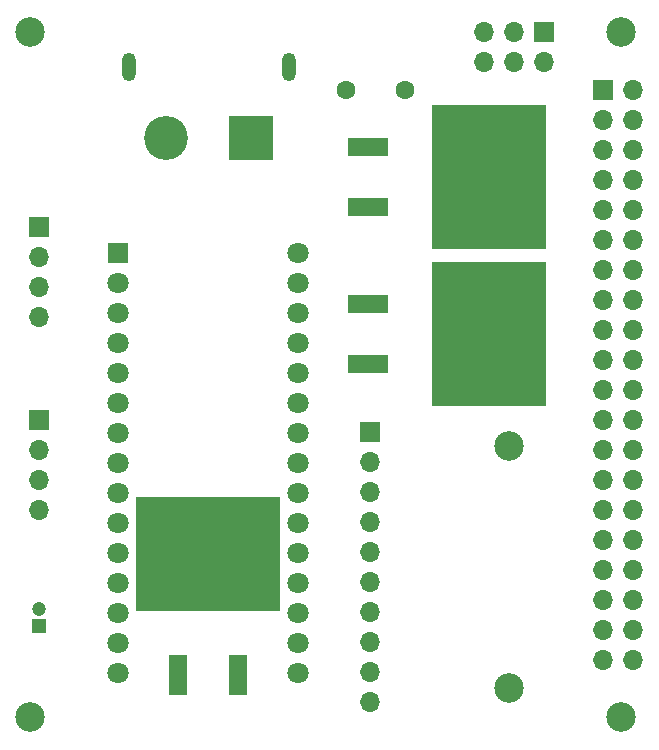
<source format=gbr>
%TF.GenerationSoftware,KiCad,Pcbnew,(6.0.4)*%
%TF.CreationDate,2022-09-08T01:36:39-04:00*%
%TF.ProjectId,Pi_HAT,50695f48-4154-42e6-9b69-6361645f7063,rev?*%
%TF.SameCoordinates,Original*%
%TF.FileFunction,Soldermask,Bot*%
%TF.FilePolarity,Negative*%
%FSLAX46Y46*%
G04 Gerber Fmt 4.6, Leading zero omitted, Abs format (unit mm)*
G04 Created by KiCad (PCBNEW (6.0.4)) date 2022-09-08 01:36:39*
%MOMM*%
%LPD*%
G01*
G04 APERTURE LIST*
%ADD10R,1.800000X1.800000*%
%ADD11C,1.800000*%
%ADD12R,1.700000X1.700000*%
%ADD13O,1.700000X1.700000*%
%ADD14C,2.500000*%
%ADD15C,1.600000*%
%ADD16R,3.716000X3.716000*%
%ADD17C,3.716000*%
%ADD18O,1.200000X2.400000*%
%ADD19R,1.200000X1.200000*%
%ADD20C,1.200000*%
%ADD21R,3.500000X1.600000*%
%ADD22R,9.750000X12.200000*%
%ADD23R,1.600000X3.500000*%
%ADD24R,12.200000X9.750000*%
G04 APERTURE END LIST*
D10*
%TO.C,TB1*%
X109880000Y-93220000D03*
D11*
X109880000Y-95760000D03*
X109880000Y-98300000D03*
X109880000Y-100840000D03*
X109880000Y-103380000D03*
X109880000Y-105920000D03*
X109880000Y-108460000D03*
X109880000Y-111000000D03*
X109880000Y-113540000D03*
X109880000Y-116080000D03*
X109880000Y-118620000D03*
X109880000Y-121160000D03*
X109880000Y-123700000D03*
X109880000Y-126240000D03*
X109880000Y-128780000D03*
X125120000Y-128780000D03*
X125120000Y-126240000D03*
X125120000Y-123700000D03*
X125120000Y-121160000D03*
X125120000Y-118620000D03*
X125120000Y-116080000D03*
X125120000Y-113540000D03*
X125120000Y-111000000D03*
X125120000Y-108460000D03*
X125120000Y-105920000D03*
X125120000Y-103380000D03*
X125120000Y-100840000D03*
X125120000Y-98300000D03*
X125120000Y-95760000D03*
X125120000Y-93220000D03*
%TD*%
D12*
%TO.C,J3*%
X146000000Y-74500000D03*
D13*
X146000000Y-77040000D03*
X143460000Y-74500000D03*
X143460000Y-77040000D03*
X140920000Y-74500000D03*
X140920000Y-77040000D03*
%TD*%
D14*
%TO.C,H1*%
X152500000Y-74500000D03*
%TD*%
%TO.C,H2*%
X102500000Y-74500000D03*
%TD*%
%TO.C,H3*%
X102500000Y-132500000D03*
%TD*%
D12*
%TO.C,J1*%
X131250000Y-108300000D03*
D13*
X131250000Y-110840000D03*
X131250000Y-113380000D03*
X131250000Y-115920000D03*
X131250000Y-118460000D03*
X131250000Y-121000000D03*
X131250000Y-123540000D03*
X131250000Y-126080000D03*
X131250000Y-128620000D03*
X131250000Y-131160000D03*
%TD*%
D14*
%TO.C,H4*%
X152500000Y-132500000D03*
%TD*%
D12*
%TO.C,J2*%
X151000000Y-79400000D03*
D13*
X153540000Y-79400000D03*
X151000000Y-81940000D03*
X153540000Y-81940000D03*
X151000000Y-84480000D03*
X153540000Y-84480000D03*
X151000000Y-87020000D03*
X153540000Y-87020000D03*
X151000000Y-89560000D03*
X153540000Y-89560000D03*
X151000000Y-92100000D03*
X153540000Y-92100000D03*
X151000000Y-94640000D03*
X153540000Y-94640000D03*
X151000000Y-97180000D03*
X153540000Y-97180000D03*
X151000000Y-99720000D03*
X153540000Y-99720000D03*
X151000000Y-102260000D03*
X153540000Y-102260000D03*
X151000000Y-104800000D03*
X153540000Y-104800000D03*
X151000000Y-107340000D03*
X153540000Y-107340000D03*
X151000000Y-109880000D03*
X153540000Y-109880000D03*
X151000000Y-112420000D03*
X153540000Y-112420000D03*
X151000000Y-114960000D03*
X153540000Y-114960000D03*
X151000000Y-117500000D03*
X153540000Y-117500000D03*
X151000000Y-120040000D03*
X153540000Y-120040000D03*
X151000000Y-122580000D03*
X153540000Y-122580000D03*
X151000000Y-125120000D03*
X153540000Y-125120000D03*
X151000000Y-127660000D03*
X153540000Y-127660000D03*
%TD*%
D15*
%TO.C,C1*%
X129200000Y-79400000D03*
X134200000Y-79400000D03*
%TD*%
D12*
%TO.C,J4*%
X103200000Y-91000000D03*
D13*
X103200000Y-93540000D03*
X103200000Y-96080000D03*
X103200000Y-98620000D03*
%TD*%
D16*
%TO.C,J5*%
X121200000Y-83465750D03*
D17*
X114000000Y-83465750D03*
D18*
X124350000Y-77465750D03*
X110850000Y-77465750D03*
%TD*%
D14*
%TO.C,H5*%
X143000000Y-109500000D03*
%TD*%
%TO.C,H6*%
X143000000Y-130000000D03*
%TD*%
D19*
%TO.C,C2*%
X103200000Y-124800000D03*
D20*
X103200000Y-123300000D03*
%TD*%
D12*
%TO.C,J6*%
X103200000Y-107300000D03*
D13*
X103200000Y-109840000D03*
X103200000Y-112380000D03*
X103200000Y-114920000D03*
%TD*%
D21*
%TO.C,VR1*%
X131050000Y-89290000D03*
X131050000Y-84210000D03*
D22*
X141325000Y-86750000D03*
%TD*%
D21*
%TO.C,VR2*%
X131050000Y-102540000D03*
X131050000Y-97460000D03*
D22*
X141325000Y-100000000D03*
%TD*%
D23*
%TO.C,VR3*%
X120040000Y-128950000D03*
X114960000Y-128950000D03*
D24*
X117500000Y-118675000D03*
%TD*%
M02*

</source>
